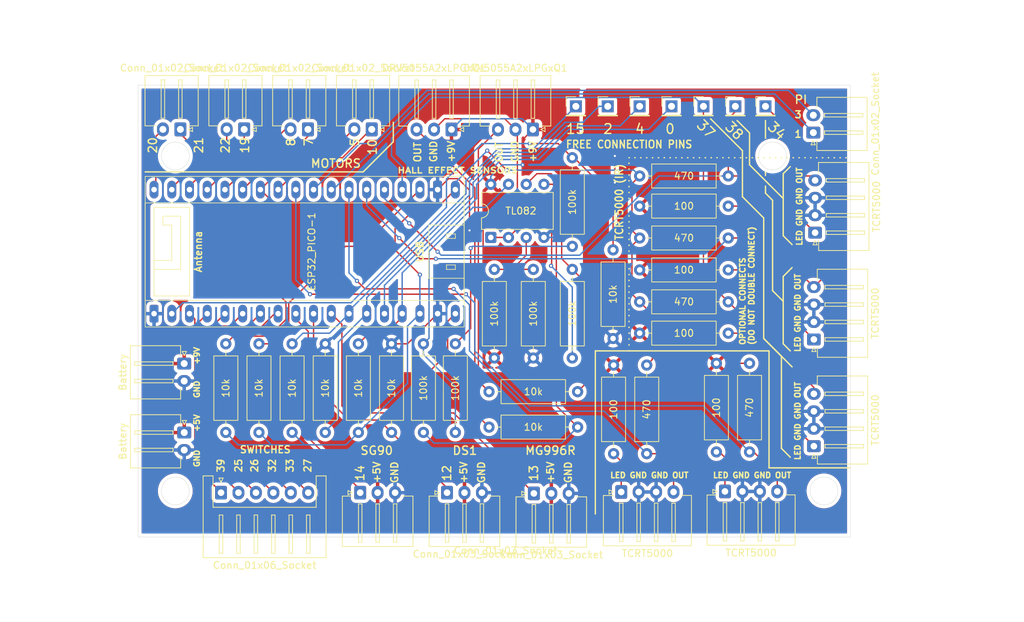
<source format=kicad_pcb>
(kicad_pcb (version 20241229) (generator "pcbnew") (generator_version "9.0")
  (layers (0 "F.Cu" signal) (2 "B.Cu" signal) (13 "F.Paste" user) (15 "B.Paste" user) (5 "F.SilkS" user "F.Silkscreen") (7 "B.SilkS" user "B.Silkscreen") (1 "F.Mask" user) (3 "B.Mask" user) (25 "Edge.Cuts" user))
  (net 0 "")
  (net 1 "+9V")
  (net 2 "Net-(U2A-+)")
  (net 3 "GND")
  (net 4 "Net-(U2B--)")
  (net 5 "Net-(U2B-+)")
  (net 6 "Net-(R6-Pad2)")
  (net 7 "Net-(R7-Pad2)")
  (net 8 "Net-(DS1-Pin_1)")
  (net 9 "/IR_Sense2/IR_Out")
  (net 10 "Net-(J2-Pin_1)")
  (net 11 "Net-(J3-Pin_1)")
  (net 12 "Net-(J4-Pin_1)")
  (net 13 "Net-(J5-Pin_1)")
  (net 14 "/IR_Sense3/IR_Out")
  (net 15 "/IR_Sense4/IR_Out")
  (net 16 "Net-(MG996R_1-Pin_1)")
  (net 17 "Net-(U1-GPIO20)")
  (net 18 "Net-(U1-GPIO21)")
  (net 19 "Net-(U1-GPIO19)")
  (net 20 "Net-(U1-GPIO22)")
  (net 21 "Net-(U1-GPIO8)")
  (net 22 "Net-(U1-GPIO7)")
  (net 23 "Net-(U1-GPIO5)")
  (net 24 "Net-(U1-GPIO10)")
  (net 25 "Net-(PI_Connect1-Pin_2)")
  (net 26 "Net-(PI_Connect1-Pin_1)")
  (net 27 "/Hall Sensor/HallSense_Out")
  (net 28 "+5V")
  (net 29 "+3V3")
  (net 30 "Net-(U1-CHIP_PU)")
  (net 31 "/IR_Sense/IR_Out")
  (net 32 "Net-(R13-Pad2)")
  (net 33 "/IR_Sense1/IR_Out")
  (net 34 "Net-(R15-Pad2)")
  (net 35 "Net-(R17-Pad2)")
  (net 36 "Net-(R22-Pad2)")
  (net 37 "Net-(R24-Pad2)")
  (net 38 "Net-(SG90_1-Pin_1)")
  (net 39 "Net-(Switches1-Pin_1)")
  (net 40 "Net-(Switches1-Pin_2)")
  (net 41 "Net-(U2A--)")
  (net 42 "Net-(U4-OUT)")
  (net 43 "Net-(U3-OUT)")
  (net 44 "Net-(Switches1-Pin_4)")
  (net 45 "Net-(Switches1-Pin_3)")
  (net 46 "Net-(Switches1-Pin_6)")
  (net 47 "Net-(Switches1-Pin_5)")
  (footprint "GS_Connectors:JST_XH_S2B-XH-A-1_1x02_P2.50mm_Horizontal" (layer "F.Cu") (at 18.502 18.288 180)
    (property "Reference" "motor1" (hide yes))
    (property "Value" "Conn_01x02_Socket")
  )
  (footprint "Resistor_THT:R_Axial_DIN0309_L9.0mm_D3.2mm_P12.70mm_Horizontal" (layer "F.Cu") (at 25.018 61.722 90)
    (property "Reference" "R10" (hide yes))
    (property "Value" "10k")
  )
  (footprint "GS_Connectors:JST_XH_S2B-XH-A-1_1x02_P2.50mm_Horizontal" (layer "F.Cu") (at 27.646 18.288 180)
    (property "Reference" "motor2" (hide yes))
    (property "Value" "Conn_01x02_Socket")
  )
  (footprint "Resistor_THT:R_Axial_DIN0309_L9.0mm_D3.2mm_P12.70mm_Horizontal" (layer "F.Cu") (at 80.518 35.56 -90)
    (property "Reference" "R9" (hide yes))
    (property "Value" "10k")
  )
  (footprint "Resistor_THT:R_Axial_DIN0309_L9.0mm_D3.2mm_P12.70mm_Horizontal" (layer "F.Cu") (at 48.768 61.722 90)
    (property "Reference" "R30" (hide yes))
    (property "Value" "10k")
  )
  (footprint "GS_Connectors:JST_XH_S4B-XH-A-1_1x04_P2.50mm_Horizontal" (layer "F.Cu") (at 96.554 70.1805)
    (property "Reference" "U9" (hide yes))
    (property "Value" "TCRT5000")
  )
  (footprint "GS_Connectors:JST_XH_S3B-XH-A-1_1x03_P2.50mm_Horizontal" (layer "F.Cu") (at 44.276 70.358)
    (property "Reference" "SG90_1" (hide yes))
    (property "Value" "Conn_01x03_Socket")
  )
  (footprint "Connector_PinHeader_2.54mm:PinHeader_1x01_P2.54mm_Vertical" (layer "F.Cu") (at 102.362 14.986)
    (property "Reference" "J1" (hide yes))
    (property "Value" "Conn_01x01_Socket" (hide yes))
  )
  (footprint "Connector_PinHeader_2.54mm:PinHeader_1x01_P2.54mm_Vertical" (layer "F.Cu") (at 88.9 14.986)
    (property "Reference" "J5" (hide yes))
    (property "Value" "Conn_01x01_Socket" (hide yes))
  )
  (footprint "Connector_JST:JST_XH_S6B-XH-A_1x06_P2.50mm_Horizontal" (layer "F.Cu") (at 24.33 70.358)
    (property "Reference" "Switches1" (hide yes))
    (property "Value" "Conn_01x06_Socket")
  )
  (footprint "Resistor_THT:R_Axial_DIN0309_L9.0mm_D3.2mm_P12.70mm_Horizontal" (layer "F.Cu") (at 57.912 61.722 90)
    (property "Reference" "R7" (hide yes))
    (property "Value" "100k")
  )
  (footprint "Resistor_THT:R_Axial_DIN0309_L9.0mm_D3.2mm_P12.70mm_Horizontal" (layer "F.Cu") (at 74.676 35.052 90)
    (property "Reference" "R8" (hide yes))
    (property "Value" "100k")
  )
  (footprint "Resistor_THT:R_Axial_DIN0309_L9.0mm_D3.2mm_P12.70mm_Horizontal" (layer "F.Cu") (at 84.328 33.858)
    (property "Reference" "R16" (hide yes))
    (property "Value" "470")
  )
  (footprint "Connector_PinHeader_2.54mm:PinHeader_1x01_P2.54mm_Vertical" (layer "F.Cu") (at 84.328 14.986)
    (property "Reference" "J4" (hide yes))
    (property "Value" "Conn_01x01_Socket" (hide yes))
  )
  (footprint "Connector_PinHeader_2.54mm:PinHeader_1x01_P2.54mm_Vertical" (layer "F.Cu") (at 93.472 14.986)
    (property "Reference" "J7" (hide yes))
    (property "Value" "Conn_01x01_Socket" (hide yes))
  )
  (footprint "GS_Connectors:JST_XH_S3B-XH-A-1_1x03_P2.50mm_Horizontal" (layer "F.Cu") (at 69.028 18.304 180)
    (property "Reference" "U4" (hide yes))
    (property "Value" "DRV5055A2xLPGxQ1")
  )
  (footprint "Resistor_THT:R_Axial_DIN0309_L9.0mm_D3.2mm_P12.70mm_Horizontal" (layer "F.Cu") (at 85.344 52.07 -90)
    (property "Reference" "R14" (hide yes))
    (property "Value" "470")
  )
  (footprint "Resistor_THT:R_Axial_DIN0309_L9.0mm_D3.2mm_P12.70mm_Horizontal" (layer "F.Cu") (at 53.34 61.722 90)
    (property "Reference" "R6" (hide yes))
    (property "Value" "100k")
  )
  (footprint "Resistor_THT:R_Axial_DIN0309_L9.0mm_D3.2mm_P12.70mm_Horizontal" (layer "F.Cu") (at 62.738 55.88)
    (property "Reference" "R4" (hide yes))
    (property "Value" "10k")
  )
  (footprint "Resistor_THT:R_Axial_DIN0309_L9.0mm_D3.2mm_P12.70mm_Horizontal" (layer "F.Cu") (at 95.326 51.816 -90)
    (property "Reference" "R13" (hide yes))
    (property "Value" "100")
  )
  (footprint "Resistor_THT:R_Axial_DIN0309_L9.0mm_D3.2mm_P12.70mm_Horizontal" (layer "F.Cu") (at 84.328 47.498)
    (property "Reference" "R24" (hide yes))
    (property "Value" "100")
  )
  (footprint "Package_DIP:DIP-8_W7.62mm" (layer "F.Cu") (at 62.992 33.777 90)
    (property "Reference" "U2" (hide yes))
    (property "Value" "TL082")
  )
  (footprint "GS_Connectors:JST_XH_S3B-XH-A-1_1x03_P2.50mm_Horizontal" (layer "F.Cu") (at 57.364 18.304 180)
    (property "Reference" "U3" (hide yes))
    (property "Value" "DRV5055A2xLPGxQ1")
  )
  (footprint "GS_Connectors:JST_XH_S2B-XH-A-1_1x02_P2.50mm_Horizontal" (layer "F.Cu") (at 109.22 18.756 90)
    (property "Reference" "PI_Connect1" (hide yes))
    (property "Value" "Conn_01x02_Socket")
  )
  (footprint "Connector_PinHeader_2.54mm:PinHeader_1x01_P2.54mm_Vertical" (layer "F.Cu") (at 98.044 14.986)
    (property "Reference" "J6" (hide yes))
    (property "Value" "Conn_01x01_Socket" (hide yes))
  )
  (footprint "Resistor_THT:R_Axial_DIN0309_L9.0mm_D3.2mm_P12.70mm_Horizontal" (layer "F.Cu") (at 80.594 52.07 -90)
    (property "Reference" "R15" (hide yes))
    (property "Value" "100")
  )
  (footprint "Resistor_THT:R_Axial_DIN0309_L9.0mm_D3.2mm_P12.70mm_Horizontal" (layer "F.Cu") (at 84.328 29.286)
    (property "Reference" "R22" (hide yes))
    (property "Value" "100")
  )
  (footprint "Resistor_THT:R_Axial_DIN0309_L9.0mm_D3.2mm_P12.70mm_Horizontal" (layer "F.Cu") (at 84.328 38.43)
    (property "Reference" "R17" (hide yes))
    (property "Value" "100")
  )
  (footprint "GS_Connectors:JST_XH_S4B-XH-A-1_1x04_P2.50mm_Horizontal" (layer "F.Cu") (at 109.2965 48.394 90)
    (property "Reference" "U5" (hide yes))
    (property "Value" "TCRT5000")
  )
  (footprint "GS_Connectors:JST_XH_S3B-XH-A-1_1x03_P2.50mm_Horizontal" (layer "F.Cu") (at 69.168 70.4625)
    (property "Reference" "MG996R_1" (hide yes))
    (property "Value" "Conn_01x03_Socket")
  )
  (footprint "GS_Connectors:JST_XH_S2B-XH-A-1_1x02_P2.50mm_Horizontal" (layer "F.Cu") (at 19.05 51.856 -90)
    (property "Reference" "BT2" (hide yes))
    (property "Value" "Battery")
  )
  (footprint "Resistor_THT:R_Axial_DIN0309_L9.0mm_D3.2mm_P12.70mm_Horizontal" (layer "F.Cu") (at 29.768 61.722 90)
    (property "Reference" "R11" (hide yes))
    (property "Value" "10k")
  )
  (footprint "GS_Development_Boards:ESP32_PICO_1_DEV_KIT" (layer "F.Cu") (at 36.322 35.814 90)
    (property "Reference" "U1" (hide yes))
    (property "Value" "ESP32_PICO-1")
  )
  (footprint "GS_Connectors:JST_XH_S2B-XH-A-1_1x02_P2.50mm_Horizontal" (layer "F.Cu") (at 19.0565 61.742 -90)
    (property "Reference" "BT1" (hide yes))
    (property "Value" "Battery")
  )
  (footprint "Resistor_THT:R_Axial_DIN0309_L9.0mm_D3.2mm_P12.70mm_Horizontal" (layer "F.Cu") (at 69.088 38.354 -90)
    (property "Reference" "R2" (hide yes))
    (property "Value" "100k")
  )
  (footprint "Connector_PinHeader_2.54mm:PinHeader_1x01_P2.54mm_Vertical" (layer "F.Cu") (at 75.184 14.986)
    (property "Reference" "J2" (hide yes))
    (property "Value" "Conn_01x01_Socket" (hide yes))
  )
  (footprint "Resistor_THT:R_Axial_DIN0309_L9.0mm_D3.2mm_P12.70mm_Horizontal" (layer "F.Cu") (at 84.328 43.002)
    (property "Reference" "R23" (hide yes))
    (property "Value" "470")
  )
  (footprint "Resistor_THT:R_Axial_DIN0309_L9.0mm_D3.2mm_P12.70mm_Horizontal" (layer "F.Cu") (at 34.518 61.722 90)
    (property "Reference" "R19" (hide yes))
    (property "Value" "10k")
  )
  (footprint "GS_Connectors:JST_XH_S3B-XH-A-1_1x03_P2.50mm_Horizontal" (layer "F.Cu") (at 56.722 70.358)
    (property "Reference" "DS1" (hide yes))
    (property "Value" "Conn_01x03_Socket")
  )
  (footprint "Resistor_THT:R_Axial_DIN0309_L9.0mm_D3.2mm_P12.70mm_Horizontal" (layer "F.Cu") (at 63.5 51.054 90)
    (property "Reference" "R1" (hide yes))
    (property "Value" "100k")
  )
  (footprint "Resistor_THT:R_Axial_DIN0309_L9.0mm_D3.2mm_P12.70mm_Horizontal" (layer "F.Cu") (at 44.018 61.722 90)
    (property "Reference" "R21" (hide yes))
    (property "Value" "10k")
  )
  (footprint "Connector_PinHeader_2.54mm:PinHeader_1x01_P2.54mm_Vertical" (layer "F.Cu") (at 79.756 14.986)
    (property "Reference" "J3" (hide yes))
    (property "Value" "Conn_01x01_Socket" (hide yes))
  )
  (footprint "Resistor_THT:R_Axial_DIN0309_L9.0mm_D3.2mm_P12.70mm_Horizontal" (layer "F.Cu") (at 100.076 51.816 -90)
    (property "Reference" "R12" (hide yes))
    (property "Value" "470")
  )
  (footprint "GS_Connectors:JST_XH_S2B-XH-A-1_1x02_P2.50mm_Horizontal" (layer "F.Cu") (at 36.79 18.288 180)
    (property "Reference" "motor3" (hide yes))
    (property "Value" "Conn_01x02_Socket")
  )
  (footprint "Resistor_THT:R_Axial_DIN0309_L9.0mm_D3.2mm_P12.70mm_Horizontal" (layer "F.Cu") (at 84.328 24.968)
    (property "Reference" "R18" (hide yes))
    (property "Value" "470")
  )
  (footprint "Resistor_THT:R_Axial_DIN0309_L9.0mm_D3.2mm_P12.70mm_Horizontal" (layer "F.Cu") (at 39.268 61.722 90)
    (property "Reference" "R20" (hide yes))
    (property "Value" "10k")
  )
  (footprint "Resistor_THT:R_Axial_DIN0309_L9.0mm_D3.2mm_P12.70mm_Horizontal" (layer "F.Cu") (at 74.676 38.354 -90)
    (property "Reference" "R3" (hide yes))
    (property "Value" "100k")
  )
  (footprint "GS_Connectors:JST_XH_S4B-XH-A-1_1x04_P2.50mm_Horizontal" (layer "F.Cu") (at 81.688 70.257)
    (property "Reference" "U7" (hide yes))
    (property "Value" "TCRT5000")
  )
  (footprint "GS_Connectors:JST_XH_S4B-XH-A-1_1x04_P2.50mm_Horizontal" (layer "F.Cu") (at 109.474 33.094 90)
    (property "Reference" "U6" (hide yes))
    (property "Value" "TCRT5000")
  )
  (footprint "GS_Connectors:JST_XH_S2B-XH-A-1_1x02_P2.50mm_Horizontal" (layer "F.Cu") (at 45.934 18.288 180)
    (property "Reference" "motor4" (hide yes))
    (property "Value" "Conn_01x02_Socket")
  )
  (footprint "Resistor_THT:R_Axial_DIN0309_L9.0mm_D3.2mm_P12.70mm_Horizontal" (layer "F.Cu") (at 62.738 60.96)
    (property "Reference" "R5" (hide yes))
    (property "Value" "10k")
  )
  (footprint "GS_Connectors:JST_XH_S4B-XH-A-1_1x04_P2.50mm_Horizontal" (layer "F.Cu") (at 109.2965 63.694 90)
    (property "Reference" "U8" (hide yes))
    (property "Value" "TCRT5000")
  )
  (gr_line (start 98.298 17.018) (end 100.076 18.796) (stroke (width 0.2)) (layer "F.SilkS"))
  (gr_line (start 104.902 24.638) (end 105.918 23.622) (stroke (width 0.2)) (layer "F.SilkS"))
  (gr_line (start 100.076 18.796) (end 100.076 23.368) (stroke (width 0.2)) (layer "F.SilkS"))
  (gr_line (start 104.902 39.37) (end 106.172 38.1) (stroke (width 0.2)) (layer "F.SilkS"))
  (gr_line (start 103.378 28.448) (end 103.378 41.402) (stroke (width 0.2)) (layer "F.SilkS"))
  (gr_line (start 102.362 24.384) (end 102.362 24.892) (stroke (width 0.2)) (layer "F.SilkS"))
  (gr_line (start 82.804 50.038) (end 102.87 50.038) (stroke (width 0.2)) (layer "F.SilkS"))
  (gr_line (start 104.902 33.528) (end 106.172 34.798) (stroke (width 0.2)) (layer "F.SilkS"))
  (gr_line (start 102.108 48.26) (end 102.108 32.004) (stroke (width 0.2)) (layer "F.SilkS"))
  (gr_line (start 77.978 50.038) (end 82.804 50.038) (stroke (width 0.2)) (layer "F.SilkS"))
  (gr_line (start 104.902 42.926) (end 104.902 49.022) (stroke (width 0.2)) (layer "F.SilkS"))
  (gr_line (start 104.648 50.8) (end 104.648 64.008) (stroke (width 0.2)) (layer "F.SilkS"))
  (gr_line (start 104.902 42.926) (end 104.902 39.37) (stroke (width 0.2)) (layer "F.SilkS"))
  (gr_line (start 99.06 21.336) (end 94.488 16.764) (stroke (width 0.2)) (layer "F.SilkS"))
  (gr_line (start 49.022 17.272) (end 49.022 20.066) (stroke (width 0.2)) (layer "F.SilkS"))
  (gr_line (start 104.648 50.8) (end 102.108 48.26) (stroke (width 0.2)) (layer "F.SilkS"))
  (gr_line (start 104.648 50.8) (end 106.172 52.324) (stroke (width 0.2)) (layer "F.SilkS"))
  (gr_line (start 102.362 26.416) (end 102.362 27.432) (stroke (width 0.2)) (layer "F.SilkS"))
  (gr_line (start 102.108 32.004) (end 102.108 30.988) (stroke (width 0.2)) (layer "F.SilkS"))
  (gr_line (start 104.648 64.008) (end 105.918 65.278) (stroke (width 0.2)) (layer "F.SilkS"))
  (gr_line (start 100.076 23.368) (end 104.902 28.194) (stroke (width 0.2)) (layer "F.SilkS"))
  (gr_line (start 102.87 50.038) (end 102.87 66.802) (stroke (width 0.2)) (layer "F.SilkS"))
  (gr_line (start 104.902 28.194) (end 104.902 24.638) (stroke (width 0.2)) (layer "F.SilkS"))
  (gr_line (start 102.362 27.432) (end 103.378 28.448) (stroke (width 0.2)) (layer "F.SilkS"))
  (gr_line (start 99.06 27.94) (end 99.06 21.336) (stroke (width 0.2)) (layer "F.SilkS"))
  (gr_line (start 104.902 28.194) (end 104.902 33.528) (stroke (width 0.2)) (layer "F.SilkS"))
  (gr_line (start 103.378 41.402) (end 104.902 42.926) (stroke (width 0.2)) (layer "F.SilkS"))
  (gr_line (start 104.902 49.022) (end 105.918 50.038) (stroke (width 0.2)) (layer "F.SilkS"))
  (gr_line (start 102.108 30.988) (end 99.06 27.94) (stroke (width 0.2)) (layer "F.SilkS"))
  (gr_line (start 44.704 24.384) (end 13.462 24.384) (stroke (width 0.2)) (layer "F.SilkS"))
  (gr_line (start 102.108 48.26) (end 104.648 50.8) (stroke (width 0.2)) (layer "F.SilkS"))
  (gr_line (start 82.804 22.352) (end 114.046 22.352) (stroke (width 0.2) (type dot)) (layer "F.SilkS"))
  (gr_line (start 102.87 66.802) (end 114.427 66.802) (stroke (width 0.2)) (layer "F.SilkS"))
  (gr_line (start 102.362 17.018) (end 102.362 19.558) (stroke (width 0.2)) (layer "F.SilkS"))
  (gr_line (start 77.978 73.406) (end 77.978 50.038) (stroke (width 0.2)) (layer "F.SilkS"))
  (gr_line (start 82.804 50.038) (end 82.804 22.352) (stroke (width 0.2) (type dot)) (layer "F.SilkS"))
  (gr_line (start 49.022 20.066) (end 44.704 24.384) (stroke (width 0.2)) (layer "F.SilkS"))
  (gr_circle (center 110.744 70.104) (end 112.744 70.104) (stroke (width 0.05)) (fill no) (layer "Edge.Cuts"))
  (gr_circle (center 17.78 70.104) (end 19.78 70.104) (stroke (width 0.05)) (fill no) (layer "Edge.Cuts"))
  (gr_rect (start 12.446 11.938) (end 114.554 76.708) (stroke (width 0.05)) (fill no) (layer "Edge.Cuts"))
  (gr_circle (center 103.378 22.098) (end 105.378 22.098) (stroke (width 0.05)) (fill no) (layer "Edge.Cuts"))
  (gr_circle (center 17.78 22.098) (end 19.78 22.098) (stroke (width 0.05)) (fill no) (layer "Edge.Cuts"))
  (gr_text "13" (at 69.85 68.834 90) (layer "F.SilkS") (effects (font (size 1.2 1.2) (thickness 0.2) (bold yes)) (justify left bottom)))
  (gr_text "3" (at 106.426 16.764 0) (layer "F.SilkS") (effects (font (size 1 1) (thickness 0.2) (bold yes)) (justify left bottom)))
  (gr_text "20" (at 15.24 21.844 90) (layer "F.SilkS") (effects (font (size 1.2 1.2) (thickness 0.2) (bold yes)) (justify left bottom)))
  (gr_text "26" (at 29.718 67.564 90) (layer "F.SilkS") (effects (font (size 1 1) (thickness 0.2) (bold yes)) (justify left bottom)))
  (gr_text "LED GND GND OUT" (at 80.01 68.326 0) (layer "F.SilkS") (effects (font (size 0.8 0.8) (thickness 0.2) (bold yes)) (justify left bottom)))
  (gr_text "+9V" (at 57.912 23.114 90) (layer "F.SilkS") (effects (font (size 1 1) (thickness 0.2) (bold yes)) (justify left bottom)))
  (gr_text "GND" (at 62.23 69.088 90) (layer "F.SilkS") (effects (font (size 1 1) (thickness 0.2) (bold yes)) (justify left bottom)))
  (gr_text "37" (at 92.202 17.78 315) (layer "F.SilkS") (effects (font (size 1.4 1.4) (thickness 0.2) (bold yes)) (justify left bottom)))
  (gr_text "10" (at 46.736 22.098 90) (layer "F.SilkS") (effects (font (size 1.2 1.2) (thickness 0.2) (bold yes)) (justify left bottom)))
  (gr_text "+9V" (at 69.596 23.114 90) (layer "F.SilkS") (effects (font (size 1 1) (thickness 0.2) (bold yes)) (justify left bottom)))
  (gr_text "22" (at 25.654 21.844 90) (layer "F.SilkS") (effects (font (size 1.2 1.2) (thickness 0.2) (bold yes)) (justify left bottom)))
  (gr_text "39" (at 24.892 67.564 90) (layer "F.SilkS") (effects (font (size 1 1) (thickness 0.2) (bold yes)) (justify left bottom)))
  (gr_text "OPTIONAL CONNECTS \n(DO NOT DOUBLE CONNECT)" (at 100.838 49.276 90) (layer "F.SilkS") (effects (font (size 0.8 0.8) (thickness 0.2) (bold yes)) (justify left bottom)))
  (gr_text "LED GND GND OUT" (at 107.696 35.052 90) (layer "F.SilkS") (effects (font (size 0.8 0.8) (thickness 0.2) (bold yes)) (justify left bottom)))
  (gr_text "DS1" (at 57.404 65.024 0) (layer "F.SilkS") (effects (font (size 1.2 1.2) (thickness 0.2) (bold yes)) (justify left bottom)))
  (gr_text "25" (at 27.432 67.564 90) (layer "F.SilkS") (effects (font (size 1 1) (thickness 0.2) (bold yes)) (justify left bottom)))
  (gr_text "LED GND GND OUT" (at 107.442 65.786 90) (layer "F.SilkS") (effects (font (size 0.8 0.8) (thickness 0.2) (bold yes)) (justify left bottom)))
  (gr_text "GND" (at 67.056 23.114 90) (layer "F.SilkS") (effects (font (size 1 1) (thickness 0.2) (bold yes)) (justify left bottom)))
  (gr_text "+5V" (at 47.244 69.088 90) (layer "F.SilkS") (effects (font (size 1 1) (thickness 0.2) (bold yes)) (justify left bottom)))
  (gr_text "OUT" (at 64.77 23.114 90) (layer "F.SilkS") (effects (font (size 1 1) (thickness 0.2) (bold yes)) (justify left bottom)))
  (gr_text "+5V" (at 72.136 69.088 90) (layer "F.SilkS") (effects (font (size 1 1) (thickness 0.2) (bold yes)) (justify left bottom)))
  (gr_text "LED GND GND OUT" (at 94.742 68.326 0) (layer "F.SilkS") (effects (font (size 0.8 0.8) (thickness 0.2) (bold yes)) (justify left bottom)))
  (gr_text "4" (at 83.566 19.05 0) (layer "F.SilkS") (effects (font (size 1.4 1.4) (thickness 0.2) (bold yes)) (justify left bottom)))
  (gr_text "14" (at 44.958 68.834 90) (layer "F.SilkS") (effects (font (size 1.2 1.2) (thickness 0.2) (bold yes)) (justify left bottom)))
  (gr_text "32" (at 32.258 67.564 90) (layer "F.SilkS") (effects (font (size 1 1) (thickness 0.2) (bold yes)) (justify left bottom)))
  (gr_text "33" (at 34.798 67.564 90) (layer "F.SilkS") (effects (font (size 1 1) (thickness 0.2) (bold yes)) (justify left bottom)))
  (gr_text "5" (at 44.196 20.828 90) (layer "F.SilkS") (effects (font (size 1.2 1.2) (thickness 0.2) (bold yes)) (justify left bottom)))
  (gr_text "38" (at 96.266 18.034 315) (layer "F.SilkS") (effects (font (size 1.4 1.4) (thickness 0.2) (bold yes)) (justify left bottom)))
  (gr_text "1" (at 106.426 19.558 0) (layer "F.SilkS") (effects (font (size 1 1) (thickness 0.2) (bold yes)) (justify left bottom)))
  (gr_text "MOTORS" (at 37.084 23.876 0) (layer "F.SilkS") (effects (font (size 1.2 1.2) (thickness 0.2) (bold yes)) (justify left bottom)))
  (gr_text "GND" (at 21.336 66.802 90) (layer "F.SilkS") (effects (font (size 0.8 0.8) (thickness 0.2) (bold yes)) (justify left bottom)))
  (gr_text "34" (at 102.362 18.034 315) (layer "F.SilkS") (effects (font (size 1.4 1.4) (thickness 0.2) (bold yes)) (justify left bottom)))
  (gr_text "12" (at 57.404 68.834 90) (layer "F.SilkS") (effects (font (size 1.2 1.2) (thickness 0.2) (bold yes)) (justify left bottom)))
  (gr_text "PI " (at 106.426 14.732 0) (layer "F.SilkS") (effects (font (size 1.2 1.2) (thickness 0.2) (bold yes)) (justify left bottom)))
  (gr_text "LED GND GND OUT" (at 107.442 50.292 90) (layer "F.SilkS") (effects (font (size 0.8 0.8) (thickness 0.2) (bold yes)) (justify left bottom)))
  (gr_text "2" (at 78.994 19.05 0) (layer "F.SilkS") (effects (font (size 1.4 1.4) (thickness 0.2) (bold yes)) (justify left bottom)))
  (gr_text "GND" (at 74.676 69.088 90) (layer "F.SilkS") (effects (font (size 1 1) (thickness 0.2) (bold yes)) (justify left bottom)))
  (gr_text "27" (at 37.338 67.564 90) (layer "F.SilkS") (effects (font (size 1 1) (thickness 0.2) (bold yes)) (justify left bottom)))
  (gr_text "21" (at 21.844 21.844 90) (layer "F.SilkS") (effects (font (size 1.2 1.2) (thickness 0.2) (bold yes)) (justify left bottom)))
  (gr_text "MG996R" (at 67.818 65.024 0) (layer "F.SilkS") (effects (font (size 1.2 1.2) (thickness 0.2) (bold yes)) (justify left bottom)))
  (gr_text "15" (at 73.66 19.05 0) (layer "F.SilkS") (effects (font (size 1.4 1.4) (thickness 0.2) (bold yes)) (justify left bottom)))
  (gr_text "19" (at 28.448 21.844 90) (layer "F.SilkS") (effects (font (size 1.2 1.2) (thickness 0.2) (bold yes)) (justify left bottom)))
  (gr_text "GND" (at 49.784 69.088 90) (layer "F.SilkS") (effects (font (size 1 1) (thickness 0.2) (bold yes)) (justify left bottom)))
  (gr_text "+5V" (at 21.336 61.722 90) (layer "F.SilkS") (effects (font (size 0.8 0.8) (thickness 0.2) (bold yes)) (justify left bottom)))
  (gr_text "7" (at 37.592 20.828 90) (layer "F.SilkS") (effects (font (size 1.2 1.2) (thickness 0.2) (bold yes)) (justify left bottom)))
  (gr_text "HALL EFFECT SENSORS" (at 49.53 24.638 0) (layer "F.SilkS") (effects (font (size 0.8 1) (thickness 0.2) (bold yes)) (justify left bottom)))
  (gr_text "+9V" (at 21.336 52.07 90) (layer "F.SilkS") (effects (font (size 0.8 0.8) (thickness 0.2) (bold yes)) (justify left bottom)))
  (gr_text "GND" (at 55.372 23.114 90) (layer "F.SilkS") (effects (font (size 1 1) (thickness 0.2) (bold yes)) (justify left bottom)))
  (gr_text "TCRT5000 (IR)" (at 82.042 34.29 90) (layer "F.SilkS") (effects (font (size 1.1 1) (thickness 0.2) (bold yes)) (justify left bottom)))
  (gr_text "FREE CONNECTION PINS" (at 73.66 21.082 0) (layer "F.SilkS") (effects (font (size 1.1 1) (thickness 0.2) (bold yes)) (justify left bottom)))
  (gr_text "SG90" (at 44.196 65.024 0) (layer "F.SilkS") (effects (font (size 1.2 1.2) (thickness 0.2) (bold yes)) (justify left bottom)))
  (gr_text "GND" (at 21.336 56.896 90) (layer "F.SilkS") (effects (font (size 0.8 0.8) (thickness 0.2) (bold yes)) (justify left bottom)))
  (gr_text "+5V" (at 59.69 69.088 90) (layer "F.SilkS") (effects (font (size 1 1) (thickness 0.2) (bold yes)) (justify left bottom)))
  (gr_text "SWITCHES" (at 26.924 64.77 0) (layer "F.SilkS") (effects (font (size 1 1) (thickness 0.2) (bold yes)) (justify left bottom)))
  (gr_text "OUT" (at 53.086 23.114 90) (layer "F.SilkS") (effects (font (size 1 1) (thickness 0.2) (bold yes)) (justify left bottom)))
  (gr_text "8" (at 35.052 20.828 90) (layer "F.SilkS") (effects (font (size 1.2 1.2) (thickness 0.2) (bold yes)) (justify left bottom)))
  (gr_text "0" (at 87.884 19.05 0) (layer "F.SilkS") (effects (font (size 1.4 1.4) (thickness 0.2) (bold yes)) (justify left bottom)))
  (segment (start 67.564 23.368) (end 67.564 19.768) (width 0.2) (layer "F.Cu") (net 1))
  (segment (start 63.5 51.054) (end 61.891 49.445) (width 0.2) (layer "F.Cu") (net 1))
  (segment (start 61.891 49.445) (end 61.891 27.258) (width 0.2) (layer "F.Cu") (net 1))
  (segment (start 67.564 19.768) (end 69.028 18.304) (width 0.2) (layer "F.Cu") (net 1))
  (segment (start 61.891 27.258) (end 62.992 26.157) (width 0.2) (layer "F.Cu") (net 1))
  (via (at 67.564 23.368) (size 0.6) (drill 0.3) (layers "F.Cu" "B.Cu") (net 1))
  (segment (start 58.904 16.764) (end 67.488 16.764) (width 0.2) (layer "B.Cu") (net 1))
  (segment (start 57.364 18.304) (end 58.904 16.764) (width 0.2) (layer "B.Cu") (net 1))
  (segment (start 62.992 25.02563) (end 64.64963 23.368) (width 0.2) (layer "B.Cu") (net 1))
  (segment (start 64.64963 23.368) (end 67.564 23.368) (width 0.2) (layer "B.Cu") (net 1))
  (segment (start 62.992 26.157) (end 62.992 25.02563) (width 0.2) (layer "B.Cu") (net 1))
  (segment (start 67.488 16.764) (end 69.028 18.304) (width 0.2) (layer "B.Cu") (net 1))
  (segment (start 63.5 38.354) (end 66.04 38.354) (width 0.2) (layer "F.Cu") (net 2))
  (segment (start 68.072 33.777) (end 68.072 36.322) (width 0.2) (layer "F.Cu") (net 2))
  (segment (start 66.04 38.354) (end 69.088 38.354) (width 0.2) (layer "F.Cu") (net 2))
  (segment (start 68.072 36.322) (end 66.04 38.354) (width 0.2) (layer "F.Cu") (net 2))
  (segment (start 55.372 44.704) (end 51.054 49.022) (width 0.2) (layer "F.Cu") (net 3))
  (segment (start 51.054 49.022) (end 48.768 49.022) (width 0.2) (layer "F.Cu") (net 3))
  (segment (start 80.772 25.908) (end 80.772 22.098) (width 0.2) (layer "F.Cu") (net 3))
  (segment (start 59.944 26.997296) (end 59.944 32.766) (width 0.2) (layer "F.Cu") (net 3))
  (segment (start 58.299704 25.353) (end 59.944 26.997296) (width 0.2) (layer "F.Cu") (net 3))
  (segment (start 56.943 25.353) (end 58.299704 25.353) (width 0.2) (layer "F.Cu") (net 3))
  (segment (start 55.372 26.924) (end 56.943 25.353) (width 0.2) (layer "F.Cu") (net 3))
  (via (at 59.944 32.766) (size 0.6) (drill 0.3) (layers "F.Cu" "B.Cu") (net 3))
  (via (at 80.772 22.098) (size 0.6) (drill 0.3) (layers "F.Cu" "B.Cu") (net 3))
  (via (at 80.772 25.908) (size 0.6) (drill 0.3) (layers "F.Cu" "B.Cu") (net 3))
  (segment (start 72.903 33.777) (end 80.772 25.908) (width 0.2) (layer "B.Cu") (net 3))
  (segment (start 70.612 33.777) (end 72.903 33.777) (width 0.2) (layer "B.Cu") (net 3))
  (segment (start 76.962 54.356) (end 76.962 40.64) (width 0.2) (layer "F.Cu") (net 4))
  (segment (start 75.438 55.88) (end 76.962 54.356) (width 0.2) (layer "F.Cu") (net 4))
  (segment (start 69.596 24.638) (end 68.077 26.157) (width 0.2) (layer "F.Cu") (net 4))
  (segment (start 68.077 26.157) (end 68.072 26.157) (width 0.2) (layer "F.Cu") (net 4))
  (segment (start 71.628 24.638) (end 69.596 24.638) (width 0.2) (layer "F.Cu") (net 4))
  (segment (start 73.152 36.83) (end 73.152 26.162) (width 0.2) (layer "F.Cu") (net 4))
  (segment (start 76.962 40.64) (end 74.676 38.354) (width 0.2) (layer "F.Cu") (net 4))
  (segment (start 73.152 26.162) (end 71.628 24.638) (width 0.2) (layer "F.Cu") (net 4))
  (segment (start 74.676 38.354) (end 73.152 36.83) (width 0.2) (layer "F.Cu") (net 4))
  (segment (start 75.438 60.96) (end 72.39 57.912) (width 0.2) (layer "F.Cu") (net 5))
  (segment (start 71.877 26.157) (end 70.612 26.157) (width 0.2) (layer "F.Cu") (net 5))
  (segment (start 72.39 26.67) (end 71.877 26.157) (width 0.2) (layer "F.Cu") (net 5))
  (segment (start 72.39 57.912) (end 72.39 26.67) (width 0.2) (layer "F.Cu") (net 5))
  (segment (start 54.864 63.246) (end 73.152 63.246) (width 0.2) (layer "B.Cu") (net 5))
  (segment (start 53.34 61.722) (end 54.864 63.246) (width 0.2) (layer "B.Cu") (net 5))
  (segment (start 73.152 63.246) (end 75.438 60.96) (width 0.2) (layer "B.Cu") (net 5))
  (segment (start 65.532 26.157) (end 65.532 26.416) (width 0.2) (layer "F.Cu") (net 6))
  (segment (start 62.225 29.464) (end 65.532 26.157) (width 0.2) (layer "B.Cu") (net 6))
  (segment (start 54.139999 48.222001) (end 54.139999 35.776001) (width 0.2) (layer "B.Cu") (net 6))
  (segment (start 53.34 49.022) (end 54.139999 48.222001) (width 0.2) (layer "B.Cu") (net 6))
  (segment (start 53.34 50.546) (end 57.912 55.118) (width 0.2) (layer "B.Cu") (net 6))
  (segment (start 57.912 55.118) (end 57.912 61.722) (width 0.2) (layer "B.Cu") (net 6))
  (segment (start 54.139999 35.776001) (end 60.452 29.464) (width 0.2) (layer "B.Cu") (net 6))
  (segment (start 60.452 29.464) (end 62.225 29.464) (width 0.2) (layer "B.Cu") (net 6))
  (segment (start 53.34 49.022) (end 53.34 50.546) (width 0.2) (layer "B.Cu") (net 6))
  (segment (start 60.106 35.306) (end 60.106 46.828) (width 0.2) (layer "F.Cu") (net 7))
  (segment (start 60.106 46.828) (end 57.912 49.022) (width 0.2) (layer "F.Cu") (net 7))
  (via (at 60.106 35.306) (size 0.6) (drill 0.3) (layers "F.Cu" "B.Cu") (net 7))
  (segment (start 74.676 35.052) (end 60.36 35.052) (width 0.2) (layer "B.Cu") (net 7))
  (segment (start 60.36 35.052) (end 60.106 35.306) (width 0.2) (layer "B.Cu") (net 7))
  (segment (start 46.99 59.944) (end 48.768 61.722) (width 0.2) (layer "F.Cu") (net 8))
  (segment (start 56.722 69.676) (end 48.768 61.722) (width 0.2) (layer "F.Cu") (net 8))
  (segment (start 42.672 59.944) (end 46.99 59.944) (width 0.2) (layer "F.Cu") (net 8))
  (segment (start 37.592 44.704) (end 37.592 54.864) (width 0.2) (layer "F.Cu") (net 8))
  (segment (start 37.592 54.864) (end 42.672 59.944) (width 0.2) (layer "F.Cu") (net 8))
  (segment (start 56.722 70.358) (end 56.722 69.676) (width 0.2) (layer "F.Cu") (net 8))
  (segment (start 49.876 33.874) (end 52.832 36.83) (width 0.2) (layer "F.Cu") (net 9))
  (segment (start 97.028 33.858) (end 102.2605 33.858) (width 0.2) (layer "F.Cu") (net 9))
  (segment (start 102.2605 33.858) (end 109.2965 40.894) (width 0.2) (layer "F.Cu") (net 9))
  (segment (start 52.832 36.83) (end 55.118 36.83) (width 0.2) (layer "F.Cu") (net 9))
  (segment (start 111.506 24.13) (end 111.506 38.6845) (width 0.2) (layer "F.Cu") (net 9))
  (segment (start 111.506 38.6845) (end 109.2965 40.894) (width 0.2) (layer "F.Cu") (net 9))
  (segment (start 102.362 14.986) (end 111.506 24.13) (width 0.2) (layer "F.Cu") (net 9))
  (segment (start 49.876 33.867473) (end 49.876 33.874) (width 0.2) (layer "F.Cu") (net 9))
  (via (at 49.876 33.867473) (size 0.6) (drill 0.3) (layers "F.Cu" "B.Cu") (net 9))
  (via (at 55.118 36.83) (size 0.6) (drill 0.3) (layers "F.Cu" "B.Cu") (net 9))
  (segment (start 94.056 36.83) (end 55.118 36.83) (width 0.2) (layer "B.Cu") (net 9))
  (segment (start 49.876 33.867473) (end 49.869473 33.867473) (width 0.2) (layer "B.Cu") (net 9))
  (segment (start 49.869473 33.867473) (end 45.212 29.21) (width 0.2) (layer "B.Cu") (net 9))
  (segment (start 97.028 33.858) (end 94.056 36.83) (width 0.2) (layer "B.Cu") (net 9))
  (segment (start 45.212 29.21) (end 45.212 26.924) (width 0.2) (layer "B.Cu") (net 9))
  (segment (start 36.068 47.498) (end 39.878 47.498) (width 0.2) (layer "B.Cu") (net 10))
  (segment (start 34.518 49.022) (end 34.544 49.022) (width 0.2) (layer "B.Cu") (net 10))
  (segment (start 42.672 44.283942) (end 42.672 44.704) (width 0.2) (layer "B.Cu") (net 10))
  (segment (start 34.544 49.022) (end 36.068 47.498) (width 0.2) (layer "B.Cu") (net 10))
  (segment (start 39.878 47.498) (end 42.672 44.704) (width 0.2) (layer "B.Cu") (net 10))
  (segment (start 75.184 14.986) (end 69.088 21.082) (width 0.2) (layer "B.Cu") (net 10))
  (segment (start 69.088 21.082) (end 64.008 21.082) (width 0.2) (layer "B.Cu") (net 10))
  (segment (start 64.008 21.082) (end 59.436 25.654) (width 0.2) (layer "B.Cu") (net 10))
  (segment (start 59.436 27.519942) (end 42.672 44.283942) (width 0.2) (layer "B.Cu") (net 10))
  (segment (start 59.436 25.654) (end 59.436 27.519942) (width 0.2) (layer "B.Cu") (net 10))
  (segment (start 73.66 17.272) (end 69.342 21.59) (width 0.2) (layer "B.Cu") (net 11))
  (segment (start 69.342 21.59) (end 64.0671 21.59) (width 0.2) (layer "B.Cu") (net 11))
  (segment (start 76.2 17.272) (end 78.486 14.986) (width 0.2) (layer "B.Cu") (net 11))
  (segment (start 76.2 17.272) (end 73.66 17.272) (width 0.2) (layer "B.Cu") (net 11))
  (segment (start 76.335 17.272) (end 76.2 17.272) (width 0.2) (layer "B.Cu") (net 11))
  (segment (start 41.148 59.69) (end 39.268 61.57) (width 0.2) (layer "B.Cu") (net 11))
  (segment (start 45.212 42.410616) (end 45.212 44.704) (width 0.2) (layer "B.Cu") (net 11))
  (segment (start 59.944 27.678616) (end 45.212 42.410616) (width 0.2) (layer "B.Cu") (net 11))
  (segment (start 41.148 48.768) (end 41.148 59.69) (width 0.2) (layer "B.Cu") (net 11))
  (segment (start 78.486 14.986) (end 79.756 14.986) (width 0.2) (layer "B.Cu") (net 11))
  (segment (start 39.268 61.57) (end 39.268 61.722) (width 0.2) (layer "B.Cu") (net 11))
  (segment (start 64.0671 21.59) (end 59.944 25.7131) (width 0.2) (layer "B.Cu") (net 11))
  (segment (start 59.944 25.7131) (end 59.944 27.678616) (width 0.2) (layer "B.Cu") (net 11))
  (segment (start 45.212 44.704) (end 41.148 48.768) (width 0.2) (layer "B.Cu") (net 11))
  (segment (start 84.328 14.986) (end 81.534 17.78) (width 0.2) (layer "B.Cu") (net 12))
  (segment (start 60.452 27.94) (end 47.752 40.64) (width 0.2) (layer "B.Cu") (net 12))
  (segment (start 47.752 40.64) (end 47.752 44.704) (width 0.2) (layer "B.Cu") (net 12))
  (segment (start 64.262 22.098) (end 60.452 25.908) (width 0.2) (layer "B.Cu") (net 12))
  (segment (start 60.452 25.908) (end 60.452 27.94) (width 0.2) (layer "B.Cu") (net 12))
  (segment (start 73.914 17.78) (end 69.596 22.098) (width 0.2) (layer "B.Cu") (net 12))
  (segment (start 69.596 22.098) (end 64.262 22.098) (width 0.2) (layer "B.Cu") (net 12))
  (segment (start 81.534 17.78) (end 73.914 17.78) (width 0.2) (layer "B.Cu") (net 12))
  (segment (start 44.018 49.022) (end 45.796 47.244) (width 0.2) (layer "F.Cu") (net 13))
  (segment (start 50.292 45.212) (end 50.292 44.704) (width 0.2) (layer "F.Cu") (net 13))
  (segment (start 48.26 47.244) (end 50.292 45.212) (width 0.2) (layer "F.Cu") (net 13))
  (segment (start 45.796 47.244) (end 48.26 47.244) (width 0.2) (layer "F.Cu") (net 13))
  (segment (start 88.9 14.986) (end 85.598 18.288) (width 0.2) (layer "B.Cu") (net 13))
  (segment (start 60.96 26.162) (end 60.96 28.194) (width 0.2) (layer "B.Cu") (net 13))
  (segment (start 50.292 38.862) (end 50.292 44.704) (width 0.2) (layer "B.Cu") (net 13))
  (segment (start 74.168 18.288) (end 69.85 22.606) (width 0.2) (layer "B.Cu") (net 13))
  (segment (start 85.598 18.288) (end 74.168 18.288) (width 0.2) (layer "B.Cu") (net 13))
  (segment (start 60.96 28.194) (end 50.292 38.862) (width 0.2) (layer "B.Cu") (net 13))
  (segment (start 69.85 22.606) (end 64.516 22.606) (width 0.2) (layer "B.Cu") (net 13))
  (segment (start 64.516 22.606) (end 60.96 26.162) (width 0.2) (layer "B.Cu") (net 13))
  (segment (start 98.044 15.748) (end 97.028 16.764) (width 0.2) (layer "F.Cu") (net 14))
  (segment (start 108.848 24.968) (end 109.474 25.594) (width 0.2) (layer "F.Cu") (net 14))
  (segment (start 98.044 14.986) (end 98.044 15.748) (width 0.2) (layer "F.Cu") (net 14))
  (segment (start 97.028 16.764) (end 97.028 24.968) (width 0.2) (layer "F.Cu") (net 14))
  (segment (start 55.372 35.814) (end 51.308 31.75) (width 0.2) (layer "F.Cu") (net 14))
  (segment (start 97.028 24.968) (end 108.848 24.968) (width 0.2) (layer "F.Cu") (net 14))
  (via (at 51.308 31.75) (size 0.6) (drill 0.3) (layers "F.Cu" "B.Cu") (net 14))
  (via (at 55.372 35.814) (size 0.6) (drill 0.3) (layers "F.Cu" "B.Cu") (net 14))
  (segment (start 74.93 36.322) (end 55.88 36.322) (width 0.2) (layer "B.Cu") (net 14))
  (segment (start 75.73495 36.322) (end 74.93 36.322) (width 0.2) (layer "B.Cu") (net 14))
  (segment (start 47.752 28.194) (end 47.752 26.924) (width 0.2) (layer "B.Cu") (net 14))
  (segment (start 97.028 24.968) (end 87.08895 24.968) (width 0.2) (layer "B.Cu") (net 14))
  (segment (start 51.308 31.75) (end 47.752 28.194) (width 0.2) (layer "B.Cu") (net 14))
  (segment (start 55.88 36.322) (end 55.372 35.814) (width 0.2) (layer "B.Cu") (net 14))
  (segment (start 87.08895 24.968) (end 75.73495 36.322) (width 0.2) (layer "B.Cu") (net 14))
  (segment (start 109.2965 55.2705) (end 109.2965 56.194) (width 0.2) (layer "F.Cu") (net 15))
  (segment (start 93.472 14.986) (end 93.472 39.446) (width 0.2) (layer "F.Cu") (net 15))
  (segment (start 97.028 43.002) (end 109.2965 55.2705) (width 0.2) (layer "F.Cu") (net 15))
  (segment (start 93.472 39.446) (end 97.028 43.002) (width 0.2) (layer "F.Cu") (net 15))
  (segment (start 54.61 13.716) (end 48.768 19.558) (width 0.2) (layer "B.Cu") (net 15))
  (segment (start 50.292 23.622) (end 50.292 26.924) (width 0.2) (layer "B.Cu") (net 15))
  (segment (start 92.202 13.716) (end 54.61 13.716) (width 0.2) (layer "B.Cu") (net 15))
  (segment (start 93.472 14.986) (end 92.202 13.716) (width 0.2) (layer "B.Cu") (net 15))
  (segment (start 48.768 22.098) (end 50.292 23.622) (width 0.2) (layer "B.Cu") (net 15))
  (segment (start 48.768 19.558) (end 48.768 22.098) (width 0.2) (layer "B.Cu") (net 15))
  (segment (start 69.168 70.4625) (end 69.168 70.438) (width 0.2) (layer "F.Cu") (net 16))
  (segment (start 42.672 58.928) (end 41.656 57.912) (width 0.2) (layer "F.Cu") (net 16))
  (segment (start 69.168 70.438) (end 57.658 58.928) (width 0.2) (layer "F.Cu") (net 16))
  (segment (start 41.656 46.228) (end 40.132 44.704) (width 0.2) (layer "F.Cu") (net 16))
  (segment (start 57.658 58.928) (end 42.672 58.928) (width 0.2) (layer "F.Cu") (net 16))
  (segment (start 41.656 57.912) (end 41.656 46.228) (width 0.2) (layer "F.Cu") (net 16))
  (segment (start 14.986 19.304) (end 14.986 26.67) (width 0.2) (layer "F.Cu") (net 17))
  (segment (start 14.986 26.67) (end 14.732 26.924) (width 0.2) (layer "F.Cu") (net 17))
  (segment (start 16.002 18.288) (end 14.986 19.304) (width 0.2) (layer "F.Cu") (net 17))
  (segment (start 21.082 21.49037) (end 21.082 22.86) (width 0.2) (layer "F.Cu") (net 18))
  (segment (start 18.502 18.288) (end 17.87963 18.288) (width 0.2) (layer "F.Cu") (net 18))
  (segment (start 17.87963 18.288) (end 21.082 21.49037) (width 0.2) (layer "F.Cu") (net 18))
  (segment (start 21.082 22.86) (end 17.018 26.924) (width 0.2) (layer "F.Cu") (net 18))
  (segment (start 17.018 26.924) (end 17.272 26.924) (width 0.2) (layer "F.Cu") (net 18))
  (segment (start 22.352 26.924) (end 27.646 21.63) (width 0.2) (layer "F.Cu") (net 19))
  (segment (start 27.646 21.63) (end 27.646 18.288) (width 0.2) (layer "F.Cu") (net 19))
  (segment (start 19.812 26.924) (end 19.812 26.416) (width 0.2) (layer "F.Cu") (net 20))
  (segment (start 25.146 21.082) (end 25.146 18.288) (width 0.2) (layer "F.Cu") (net 20))
  (segment (start 19.812 26.416) (end 25.146 21.082) (width 0.2) (layer "F.Cu") (net 20))
  (segment (start 33.528 18.288) (end 34.29 18.288) (width 0.2) (layer "F.Cu") (net 21))
  (segment (start 24.892 26.924) (end 33.528 18.288) (width 0.2) (layer "F.Cu") (net 21))
  (segment (start 34.544 19.812) (end 36.259127 19.812) (width 0.2) (layer "F.Cu") (net 22))
  (segment (start 27.432 26.924) (end 34.544 19.812) (width 0.2) (layer "F.Cu") (net 22))
  (segment (start 36.79 19.281127) (end 36.79 18.288) (width 0.2) (layer "F.Cu") (net 22))
  (segment (start 36.259127 19.812) (end 36.79 19.281127) (width 0.2) (layer "F.Cu") (net 22))
  (segment (start 29.972 26.924) (end 36.068 20.828) (width 0.2) (layer "F.Cu") (net 23))
  (segment (start 31.253704 47.921) (end 33.635 45.539704) (width 0.2) (layer "F.Cu") (net 23))
  (segment (start 25.018 49.022) (end 26.119 47.921) (width 0.2) (layer "F.Cu") (net 23))
  (segment (start 25.018 49.022) (end 25.018 49.402) (width 0.2) (layer "F.Cu") (net 23))
  (segment (start 36.068 20.828) (end 40.767 20.828) (width 0.2) (layer "F.Cu") (net 23))
  (segment (start 31.75 28.702) (end 29.972 26.924) (width 0.2) (layer "F.Cu") (net 23))
  (segment (start 40.767 20.828) (end 43.434 18.161) (width 0.2) (layer "F.Cu") (net 23))
  (segment (start 33.635 45.539704) (end 33.635 43.0139) (width 0.2) (layer "F.Cu") (net 23))
  (segment (start 26.119 47.921) (end 31.253704 47.921) (width 0.2) (layer "F.Cu") (net 23))
  (segment (start 33.635 43.0139) (end 31.75 41.1289) (width 0.2) (layer "F.Cu") (net 23))
  (segment (start 31.75 41.1289) (end 31.75 28.702) (width 0.2) (layer "F.Cu") (net 23))
  (segment (start 32.512 26.924) (end 37.084 22.352) (width 0.2) (layer "F.Cu") (net 24))
  (segment (start 41.743 22.352) (end 45.934 18.161) (width 0.2) (layer "F.Cu") (net 24))
  (segment (start 37.084 22.352) (end 41.743 22.352) (width 0.2) (layer "F.Cu") (net 24))
  (segment (start 105.664 12.7) (end 53.848 12.7) (width 0.2) (layer "B.Cu") (net 25))
  (segment (start 44.196 20.32) (end 37.592 26.924) (width 0.2) (layer "B.Cu") (net 25))
  (segment (start 109.22 16.256) (end 105.664 12.7) (width 0.2) (layer "B.Cu") (net 25))
  (segment (start 53.848 12.7) (end 46.228 20.32) (width 0.2) (layer "B.Cu") (net 25))
  (segment (start 46.228 20.32) (end 44.196 20.32) (width 0.2) (layer "B.Cu") (net 25))
  (segment (start 103.672 13.208) (end 54.102 13.208) (width 0.2) (layer "B.Cu") (net 26))
  (segment (start 54.102 13.208) (end 40.386 26.924) (width 0.2) (layer "B.Cu") (net 26))
  (segment (start 40.386 26.924) (end 40.132 26.924) (width 0.2) (layer "B.Cu") (net 26))
  (segment (start 109.22 18.756) (end 103.672 13.208) (width 0.2) (layer "B.Cu") (net 26))
  (segment (start 80.518 27.94) (end 80.518 35.56) (width 0.2) (layer "F.Cu") (net 27))
  (segment (start 72.644 20.32) (end 74.676 22.352) (width 0.2) (layer "F.Cu") (net 27))
  (segment (start 74.676 22.352) (end 74.93 22.352) (width 0.2) (layer "F.Cu") (net 27))
  (segment (start 68.58 20.32) (end 72.644 20.32) (width 0.2) (layer "F.Cu") (net 27))
  (segment (start 74.93 22.352) (end 80.518 27.94) (width 0.2) (layer "F.Cu") (net 27))
  (via (at 68.58 20.32) (size 0.6) (drill 0.3) (layers "F.Cu" "B.Cu") (net 27))
  (segment (start 18.843 43.133) (end 42.973 43.133) (width 0.2) (layer "B.Cu") (net 27))
  (segment (start 56.642 29.464) (end 56.642 25.4) (width 0.2) (layer "B.Cu") (net 27))
  (segment (start 17.272 44.704) (end 18.843 43.133) (width 0.2) (layer "B.Cu") (net 27))
  (segment (start 42.973 43.133) (end 56.642 29.464) (width 0.2) (layer "B.Cu") (net 27))
  (segment (start 56.642 25.4) (end 61.722 20.32) (width 0.2) (layer "B.Cu") (net 27))
  (segment (start 61.722 20.32) (end 68.58 20.32) (width 0.2) (layer "B.Cu") (net 27))
  (segment (start 57.912 44.704) (end 56.811 45.805) (width 0.2) (layer "F.Cu") (net 28))
  (segment (start 56.811 45.805) (end 56.811 50.377) (width 0.2) (layer "F.Cu") (net 28))
  (segment (start 56.811 50.377) (end 52.578 54.61) (width 0.2) (layer "F.Cu") (net 28))
  (segment (start 49.276 35.56) (end 49.276 32.512) (width 0.2) (layer "F.Cu") (net 29))
  (segment (start 83.227 32.757) (end 84.328 33.858) (width 0.2) (layer "F.Cu") (net 29))
  (segment (start 83.227 41.901) (end 84.328 43.002) (width 0.2) (layer "F.Cu") (net 29))
  (segment (start 84.328 33.858) (end 83.227 34.959) (width 0.2) (layer "F.Cu") (net 29))
  (segment (start 98.552 51.816) (end 100.076 51.816) (width 0.2) (layer "F.Cu") (net 29))
  (segment (start 86.143999 51.270001) (end 85.344 52.07) (width 0.2) (layer "F.Cu") (net 29))
  (segment (start 86.143999 44.817999) (end 86.143999 51.270001) (width 0.2) (layer "F.Cu") (net 29))
  (segment (start 83.227 26.069) (end 83.227 32.757) (width 0.2) (layer "F.Cu") (net 29))
  (segment (start 83.227 34.959) (end 83.227 41.901) (width 0.2) (layer "F.Cu") (net 29))
  (segment (start 52.832 39.116) (end 49.276 35.56) (width 0.2) (layer "F.Cu") (net 29))
  (segment (start 52.07 29.718) (end 55.118 29.718) (width 0.2) (layer "F.Cu") (net 29))
  (segment (start 86.143999 44.817999) (end 91.364 50.038) (width 0.2) (layer "F.Cu") (net 29))
  (segment (start 84.328 43.002) (end 86.143999 44.817999) (width 0.2) (layer "F.Cu") (net 29))
  (segment (start 96.774 50.038) (end 98.552 51.816) (width 0.2) (layer "F.Cu") (net 29))
  (segment (start 62.484 21.336) (end 65.278 24.13) (width 0.2) (layer "F.Cu") (net 29))
  (segment (start 84.328 24.968) (end 83.227 26.069) (width 0.2) (layer "F.Cu") (net 29))
  (segment (start 55.118 29.718) (end 57.912 26.924) (width 0.2) (layer "F.Cu") (net 29))
  (segment (start 49.276 32.512) (end 52.07 29.718) (width 0.2) (layer "F.Cu") (net 29))
  (segment (start 91.364 50.038) (end 96.774 50.038) (width 0.2) (layer "F.Cu") (net 29))
  (via (at 62.484 21.336) (size 0.6) (drill 0.3) (layers "F.Cu" "B.Cu") (net 29))
  (via (at 65.278 24.13) (size 0.6) (drill 0.3) (layers "F.Cu" "B.Cu") (net 29))
  (via (at 52.832 39.116) (size 0.6) (drill 0.3) (layers "F.Cu" "B.Cu") (net 29))
  (segment (start 65.278 24.13) (end 83.49 24.13) (width 0.2) (layer "B.Cu") (net 29))
  (segment (start 36.576 63.5) (end 42.24 63.5) (width 0.2) (layer "B.Cu") (net 29))
  (segment (start 31.496 63.5) (end 36.576 63.5) (width 0.2) (layer "B.Cu") (net 29))
  (segment (start 42.24 63.5) (end 44.018 61.722) (width 0.2) (layer "B.Cu") (net 29))
  (segment (start 29.768 61.722) (end 31.496 63.45) (width 0.2) (layer "B.Cu") (net 29))
  (segment (start 34.518 61.722) (end 36.296 63.5) (width 0.2) (layer "B.Cu") (net 29))
  (segment (start 52.832 44.704) (end 52.832 39.116) (width 0.2) (layer "B.Cu") (net 29))
  (segment (start 57.912 25.908) (end 62.484 21.336) (width 0.2) (layer "B.Cu") (net 29))
  (segment (start 44.018 61.722) (end 51.054 54.686) (width 0.2) (layer "B.Cu") (net 29))
  (segment (start 57.912 26.924) (end 57.912 25.908) (width 0.2) (layer "B.Cu") (net 29))
  (segment (start 31.496 63.45) (end 31.496 63.5) (width 0.2) (layer "B.Cu") (net 29))
  (segment (start 83.49 24.13) (end 84.328 24.968) (width 0.2) (layer "B.Cu") (net 29))
  (segment (start 36.296 63.5) (end 36.576 63.5) (width 0.2) (layer "B.Cu") (net 29))
  (segment (start 25.018 61.722) (end 26.796 63.5) (width 0.2) (layer "B.Cu") (net 29))
  (segment (start 51.054 54.686) (end 51.054 46.482) (width 0.2) (layer "B.Cu") (net 29))
  (segment (start 26.796 63.5) (end 31.496 63.5) (width 0.2) (layer "B.Cu") (net 29))
  (segment (start 51.054 46.482) (end 52.832 44.704) (width 0.2) (layer "B.Cu") (net 29))
  (segment (start 34.036 46.482) (end 31.496 49.022) (width 0.2) (layer "F.Cu") (net 30))
  (segment (start 44.704 35.052) (end 42.164 35.052) (width 0.2) (layer "F.Cu") (net 30))
  (segment (start 42.164 35.052) (end 34.036 43.18) (width 0.2) (layer "F.Cu") (net 30))
  (segment (start 34.036 43.18) (end 34.036 46.482) (width 0.2) (layer "F.Cu") (net 30))
  (segment (start 31.496 49.022) (end 29.768 49.022) (width 0.2) (layer "F.Cu") (net 30))
  (segment (start 52.832 26.924) (end 44.704 35.052) (width 0.2) (layer "F.Cu") (net 30))
  (segment (start 100.076 64.516) (end 100.666 64.516) (width 0.2) (layer "F.Cu") (net 31))
  (segment (start 59.436 41.91) (end 37.084 41.91) (width 0.2) (layer "F.Cu") (net 31))
  (segment (start 100.666 64.516) (end 104.054 67.904) (width 0.2) (layer "F.Cu") (net 31))
  (segment (start 104.054 67.904) (end 104.054 70.1805) (width 0.2) (layer "F.Cu") (net 31))
  (via (at 37.084 41.91) (size 0.6) (drill 0.3) (layers "F.Cu" "B.Cu") (net 31))
  (via (at 59.436 41.91) (size 0.6) (drill 0.3) (layers "F.Cu" "B.Cu") (net 31))
  (segment (start 37.084 41.91) (end 35.052 39.878) (width 0.2) (layer "B.Cu") (net 31))
  (segment (start 74.422 57.912) (end 68.58 57.912) (width 0.2) (layer "B.Cu") (net 31))
  (segment (start 60.706 50.038) (end 60.706 43.18) (width 0.2) (layer "B.Cu") (net 31))
  (segment (start 100.076 64.516) (end 93.472 57.912) (width 0.2) (layer "B.Cu") (net 31))
  (segment (start 93.472 57.912) (end 74.422 57.912) (width 0.2) (layer "B.Cu") (net 31))
  (segment (start 35.052 39.878) (end 35.052 26.924) (width 0.2) (layer "B.Cu") (net 31))
  (segment (start 60.706 43.18) (end 59.436 41.91) (width 0.2) (layer "B.Cu") (net 31))
  (segment (start 68.58 57.912) (end 60.706 50.038) (width 0.2) (layer "B.Cu") (net 31))
  (segment (start 95.326 64.516) (end 95.758 64.516) (width 0.2) (layer "F.Cu") (net 32))
  (segment (start 95.758 64.516) (end 96.554 65.312) (width 0.2) (layer "F.Cu") (net 32))
  (segment (start 96.554 65.312) (end 96.554 70.1805) (width 0.2) (layer "F.Cu") (net 32))
  (segment (start 44.958 41.148) (end 43.815 40.005) (width 0.2) (layer "F.Cu") (net 33))
  (segment (start 57.658 41.148) (end 44.958 41.148) (width 0.2) (layer "F.Cu") (net 33))
  (segment (start 85.344 64.77) (end 86.868 64.77) (width 0.2) (layer "F.Cu") (net 33))
  (segment (start 89.188 67.09) (end 89.188 70.257) (width 0.2) (layer "F.Cu") (net 33))
  (segment (start 86.868 64.77) (end 89.188 67.09) (width 0.2) (layer "F.Cu") (net 33))
  (via (at 57.658 41.148) (size 0.6) (drill 0.3) (layers "F.Cu" "B.Cu") (net 33))
  (via (at 43.815 40.005) (size 0.6) (drill 0.3) (layers "F.Cu" "B.Cu") (net 33))
  (segment (start 68.58 58.674) (end 59.944 50.038) (width 0.2) (layer "B.Cu") (net 33))
  (segment (start 43.815 40.005) (end 42.672 38.862) (width 0.2) (layer "B.Cu") (net 33))
  (segment (start 85.344 64.77) (end 79.248 58.674) (width 0.2) (layer "B.Cu") (net 33))
  (segment (start 59.944 50.038) (end 59.944 44.196) (width 0.2) (layer "B.Cu") (net 33))
  (segment (start 42.672 38.862) (end 42.672 26.924) (width 0.2) (layer "B.Cu") (net 33))
  (segment (start 79.248 58.674) (end 68.58 58.674) (width 0.2) (layer "B.Cu") (net 33))
  (segment (start 59.944 44.196) (end 59.944 43.434) (width 0.2) (layer "B.Cu") (net 33))
  (segment (start 59.944 43.434) (end 57.658 41.148) (width 0.2) (layer "B.Cu") (net 33))
  (segment (start 81.688 70.257) (end 81.688 65.864) (width 0.2) (layer "F.Cu") (net 34))
  (segment (start 81.688 65.864) (end 80.594 64.77) (width 0.2) (layer "F.Cu") (net 34))
  (segment (start 97.028 38.43) (end 99.3325 38.43) (width 0.2) (layer "F.Cu") (net 35))
  (segment (start 99.3325 38.43) (end 109.2965 48.394) (width 0.2) (layer "F.Cu") (net 35))
  (segment (start 97.028 29.286) (end 105.666 29.286) (width 0.2) (layer "F.Cu") (net 36))
  (segment (start 105.666 29.286) (end 109.474 33.094) (width 0.2) (layer "F.Cu") (net 36))
  (segment (start 97.028 47.498) (end 100.584 47.498) (width 0.2) (layer "F.Cu") (net 37))
  (segment (start 107.188 54.102) (end 107.188 61.5855) (width 0.2) (layer "F.Cu") (net 37))
  (segment (start 100.584 47.498) (end 107.188 54.102) (width 0.2) (layer "F.Cu") (net 37))
  (segment (start 107.188 61.5855) (end 109.2965 63.694) (width 0.2) (layer "F.Cu") (net 37))
  (segment (start 35.052 44.704) (end 35.052 45.466) (width 0.2) (layer "F.Cu") (net 38))
  (segment (start 36.83 47.244) (end 36.83 62.484) (width 0.2) (layer "F.Cu") (net 38))
  (segment (start 36.83 62.484) (end 44.276 69.93) (width 0.2) (layer "F.Cu") (net 38))
  (segment (start 44.276 69.93) (end 44.276 70.358) (width 0.2) (layer "F.Cu") (net 38))
  (segment (start 35.052 45.466) (end 36.83 47.244) (width 0.2) (layer "F.Cu") (net 38))
  (segment (start 24.33 70.304) (end 20.574 66.548) (width 0.2) (layer "F.Cu") (net 39))
  (segment (start 24.33 70.358) (end 24.33 70.304) (width 0.2) (layer "F.Cu") (net 39))
  (segment (start 20.574 66.548) (end 20.574 45.466) (width 0.2) (layer "F.Cu") (net 39))
  (segment (start 20.574 45.466) (end 19.812 44.704) (width 0.2) (layer "F.Cu") (net 39))
  (segment (start 23.876 67.31) (end 22.098 67.31) (width 0.2) (layer "F.Cu") (net 40))
  (segment (start 21.082 45.974) (end 22.352 44.704) (width 0.2) (layer "F.Cu") (net 40))
  (segment (start 26.83 70.358) (end 26.83 70.264) (width 0.2) (layer "F.Cu") (net 40))
  (segment (start 26.83 70.264) (end 23.876 67.31) (width 0.2) (layer "F.Cu") (net 40))
  (segment (start 22.098 67.31) (end 21.082 66.294) (width 0.2) (layer "F.Cu") (net 40))
  (segment (start 21.082 66.294) (end 21.082 45.974) (width 0.2) (layer "F.Cu") (net 40))
  (segment (start 71.628 37.846) (end 71.713 37.761) (width 0.2) (layer "F.Cu") (net 41))
  (segment (start 64.988 16.764) (end 56.404 16.764) (width 0.2) (layer "F.Cu") (net 41))
  (segment (start 71.713 37.761) (end 71.713 32.089) (width 0.2) (layer "F.Cu") (net 41))
  (segment (start 66.528 18.304) (end 64.988 16.764) (width 0.2) (layer "F.Cu") (net 41))
  (segment (start 62.992 33.777) (end 65.532 33.777) (width 0.2) (layer "F.Cu") (net 41))
  (segment (start 56.404 16.764) (end 54.864 18.304) (width 0.2) (layer "F.Cu") (net 41))
  (segment (start 66.802 18.578) (end 66.528 18.304) (width 0.2) (layer "F.Cu") (net 41))
  (segment (start 66.802 32.507) (end 66.802 27.178) (width 0.2) (layer "F.Cu") (net 41))
  (segment (start 65.532 33.777) (end 66.802 32.507) (width 0.2) (layer "F.Cu") (net 41))
  (segment (start 66.802 27.178) (end 66.802 18.578) (width 0.2) (layer "F.Cu") (net 41))
  (segment (start 71.713 32.089) (end 66.802 27.178) (width 0.2) (layer "F.Cu") (net 41))
  (via (at 71.628 37.846) (size 0.6) (drill 0.3) (layers "F.Cu" "B.Cu") (net 41))
  (segment (start 74.676 40.894) (end 71.628 37.846) (width 0.2) (layer "B.Cu") (net 41))
  (segment (start 74.676 51.054) (end 74.676 40.894) (width 0.2) (layer "B.Cu") (net 41))
  (segment (start 61.214 21.118) (end 64.028 18.304) (width 0.2) (layer "F.Cu") (net 42))
  (segment (start 61.214 54.356) (end 61.214 21.118) (width 0.2) (layer "F.Cu") (net 42))
  (segment (start 62.738 55.88) (end 61.214 54.356) (width 0.2) (layer "F.Cu") (net 42))
  (segment (start 52.364 18.304) (end 52.364 18.328) (width 0.2) (layer "F.Cu") (net 43))
  (segment (start 60.706 26.67) (end 60.706 58.928) (width 0.2) (layer "F.Cu") (net 43))
  (segment (start 52.364 18.328) (end 60.706 26.67) (width 0.2) (layer "F.Cu") (net 43))
  (segment (start 60.706 58.928) (end 62.738 60.96) (width 0.2) (layer "F.Cu") (net 43))
  (segment (start 22.098 65.786) (end 22.098 48.26) (width 0.2) (layer "F.Cu") (net 44))
  (segment (start 25.654 46.482) (end 27.432 44.704) (width 0.2) (layer "F.Cu") (net 44))
  (segment (start 31.83 70.358) (end 27.766 66.294) (width 0.2) (layer "F.Cu") (net 44))
  (segment (start 22.606 66.294) (end 22.098 65.786) (width 0.2) (layer "F.Cu") (net 44))
  (segment (start 23.876 46.482) (end 25.654 46.482) (width 0.2) (layer "F.Cu") (net 44))
  (segment (start 27.766 66.294) (end 22.606 66.294) (width 0.2) (layer "F.Cu") (net 44))
  (segment (start 22.098 48.26) (end 23.876 46.482) (width 0.2) (layer "F.Cu") (net 44))
  (segment (start 25.774 66.802) (end 22.352 66.802) (width 0.2) (layer "F.Cu") (net 45))
  (segment (start 21.59 48.006) (end 24.892 44.704) (width 0.2) (layer "F.Cu") (net 45))
  (segment (start 22.352 66.802) (end 21.59 66.04) (width 0.2) (layer "F.Cu") (net 45))
  (segment (start 21.59 66.04) (end 21.59 48.006) (width 0.2) (layer "F.Cu") (net 45))
  (segment (start 29.33 70.358) (end 25.774 66.802) (width 0.2) (layer "F.Cu") (net 45))
  (segment (start 23.368 65.278) (end 23.114 65.024) (width 0.2) (layer "F.Cu") (net 46))
  (segment (start 23.114 65.024) (end 23.114 48.5731) (width 0.2) (layer "F.Cu") (net 46))
  (segment (start 24.1891 47.498) (end 29.21 47.498) (width 0.2) (layer "F.Cu") (net 46))
  (segment (start 36.83 70.358) (end 31.75 65.278) (width 0.2) (layer "F.Cu") (net 46))
  (segment (start 23.114 48.5731) (end 24.1891 47.498) (width 0.2) (layer "F.Cu") (net 46))
  (segment (start 31.75 65.278) (end 23.368 65.278) (width 0.2) (layer "F.Cu") (net 46))
  (segment (start 29.21 47.498) (end 32.004 44.704) (width 0.2) (layer "F.Cu") (net 46))
  (segment (start 32.004 44.704) (end 32.512 44.704) (width 0.2) (layer "F.Cu") (net 46))
  (segment (start 22.606 65.532) (end 22.606 48.514) (width 0.2) (layer "F.Cu") (net 47))
  (segment (start 34.33 70.358) (end 29.758 65.786) (width 0.2) (layer "F.Cu") (net 47))
  (segment (start 29.758 65.786) (end 22.86 65.786) (width 0.2) (layer "F.Cu") (net 47))
  (segment (start 22.606 48.514) (end 24.13 46.99) (width 0.2) (layer "F.Cu") (net 47))
  (segment (start 24.13 46.99) (end 27.686 46.99) (width 0.2) (layer "F.Cu") (net 47))
  (segment (start 22.86 65.786) (end 22.606 65.532) (width 0.2) (layer "F.Cu") (net 47))
  (segment (start 27.686 46.99) (end 29.972 44.704) (width 0.2) (layer "F.Cu") (net 47))
  (zone (net 28) (net_name "+5V") (layer "F.Cu") (priority 1) (connect_pads (clearance 0.5)) (min_thickness 0.25) (fill yes (thermal_gap 0.5) (thermal_bridge_width 0.5))
    (polygon (pts (xy 9.906 79.502) (xy 118.11 79.502) (xy 123.19 74.422) (xy 123.19 11.176) (xy 119.38 7.366) (xy 82.296 7.366) (xy 78.994 10.668) (xy 78.486 10.668) (xy 76.2 12.954) (xy 76.2 53.086) (xy 10.16 53.086) (xy 9.906 53.34)))
  )
  (zone (net 1) (net_name "+9V") (layer "F.Cu") (connect_pads (clearance 0.5)) (min_thickness 0.25) (fill yes (thermal_gap 0.5) (thermal_bridge_width 0.5))
    (polygon (pts (xy 10.16 53.086) (xy 76.708 53.086) (xy 77.47 52.324) (xy 77.47 8.636) (xy 74.676 5.842) (xy 14.224 5.842) (xy 10.16 9.906)))
  )
  (zone (net 3) (net_name "GND") (layer "B.Cu") (connect_pads (clearance 0.5)) (min_thickness 0.25) (fill yes (thermal_gap 0.5) (thermal_bridge_width 0.5))
    (polygon (pts (xy 3.302 79.756) (xy 117.856 79.756) (xy 122.428 75.184) (xy 122.428 10.414) (xy 111.76 -0.254) (xy 5.588 -0.254) (xy 3.302 2.032)))
  )
)
</source>
